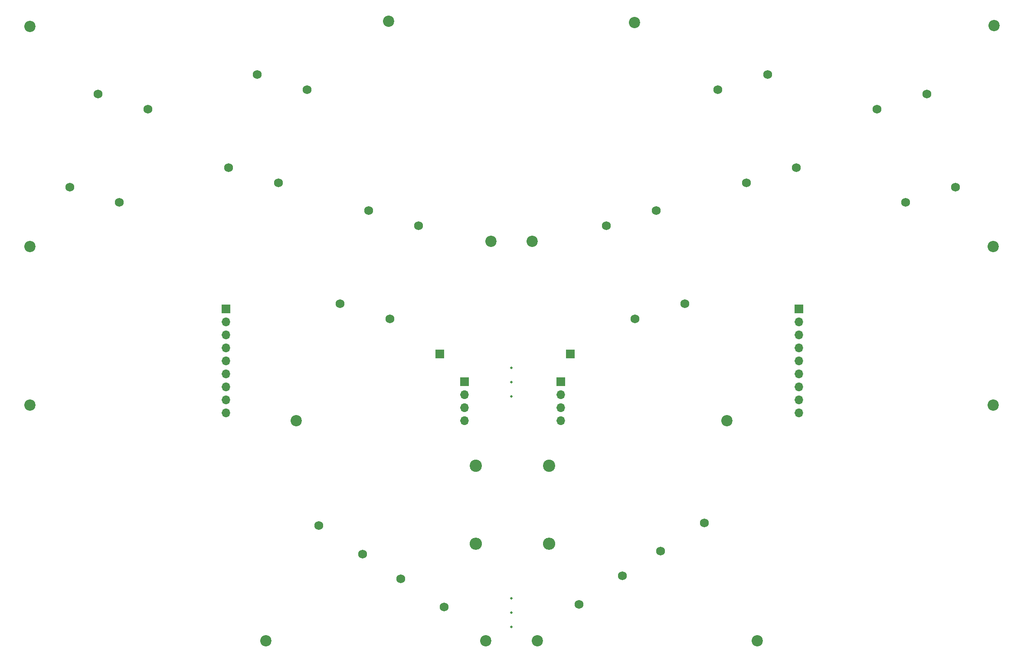
<source format=gts>
G04 #@! TF.GenerationSoftware,KiCad,Pcbnew,(6.0.10)*
G04 #@! TF.CreationDate,2023-07-31T18:02:40+01:00*
G04 #@! TF.ProjectId,magnetonekeys,6d61676e-6574-46f6-9e65-6b6579732e6b,rev?*
G04 #@! TF.SameCoordinates,Original*
G04 #@! TF.FileFunction,Soldermask,Top*
G04 #@! TF.FilePolarity,Negative*
%FSLAX46Y46*%
G04 Gerber Fmt 4.6, Leading zero omitted, Abs format (unit mm)*
G04 Created by KiCad (PCBNEW (6.0.10)) date 2023-07-31 18:02:40*
%MOMM*%
%LPD*%
G01*
G04 APERTURE LIST*
%ADD10C,1.750000*%
%ADD11R,1.700000X1.700000*%
%ADD12O,1.700000X1.700000*%
%ADD13C,2.200000*%
%ADD14C,0.500000*%
%ADD15C,2.400000*%
%ADD16O,2.400000X2.400000*%
G04 APERTURE END LIST*
D10*
X166521612Y-146681161D03*
X175042504Y-141147629D03*
D11*
X144170816Y-103174481D03*
D12*
X144170816Y-105714481D03*
X144170816Y-108254481D03*
X144170816Y-110794481D03*
D11*
X209493750Y-88966875D03*
D12*
X209493750Y-91506875D03*
X209493750Y-94046875D03*
X209493750Y-96586875D03*
X209493750Y-99126875D03*
X209493750Y-101666875D03*
X209493750Y-104206875D03*
X209493750Y-106746875D03*
X209493750Y-109286875D03*
D13*
X59393750Y-76786875D03*
D10*
X187217924Y-87935630D03*
X177501868Y-90906126D03*
D13*
X111393750Y-110786875D03*
D11*
X162975350Y-103174481D03*
D12*
X162975350Y-105714481D03*
X162975350Y-108254481D03*
X162975350Y-110794481D03*
D14*
X153393750Y-148286875D03*
X153393750Y-145496875D03*
X153393750Y-151076875D03*
D13*
X201393750Y-153786875D03*
D10*
X182498287Y-136305789D03*
X191019179Y-130772257D03*
D13*
X59393750Y-107786875D03*
X157393750Y-75786875D03*
X148393752Y-153786878D03*
D10*
X124289780Y-136857212D03*
X115768888Y-131323680D03*
D11*
X97653750Y-88956875D03*
D12*
X97653750Y-91496875D03*
X97653750Y-94036875D03*
X97653750Y-96576875D03*
X97653750Y-99116875D03*
X97653750Y-101656875D03*
X97653750Y-104196875D03*
X97653750Y-106736875D03*
X97653750Y-109276875D03*
D11*
X139408312Y-97786875D03*
D13*
X177393752Y-33036876D03*
D11*
X164872750Y-97786875D03*
D13*
X195393750Y-110786875D03*
X149393750Y-75786875D03*
D14*
X153393750Y-103286875D03*
X153393750Y-106076875D03*
X153393750Y-100496875D03*
D10*
X103741194Y-43145896D03*
X113457250Y-46116392D03*
X72701665Y-46936445D03*
X82417721Y-49906941D03*
D13*
X247393750Y-107786875D03*
D10*
X125497921Y-69718024D03*
X135213977Y-72688520D03*
D13*
X129393750Y-32786875D03*
D10*
X131745562Y-141699054D03*
X140266454Y-147232586D03*
X98171513Y-61363502D03*
X107887569Y-64333998D03*
D13*
X158393747Y-153786878D03*
D10*
X181648245Y-69718024D03*
X171932189Y-72688520D03*
D13*
X247561645Y-33615300D03*
D10*
X119928242Y-87935630D03*
X129644298Y-90906126D03*
D13*
X105393750Y-153786875D03*
X59393755Y-33786875D03*
D10*
X203404972Y-43145896D03*
X193688916Y-46116392D03*
X234444501Y-46936445D03*
X224728445Y-49906941D03*
X230298126Y-68124547D03*
X240014182Y-65154051D03*
X199258597Y-64333998D03*
X208974653Y-61363502D03*
D13*
X247393750Y-76786875D03*
D10*
X76848040Y-68124547D03*
X67131984Y-65154051D03*
D15*
X146393750Y-119595011D03*
D16*
X146393750Y-134835011D03*
D15*
X160752750Y-119595011D03*
D16*
X160752750Y-134835011D03*
M02*

</source>
